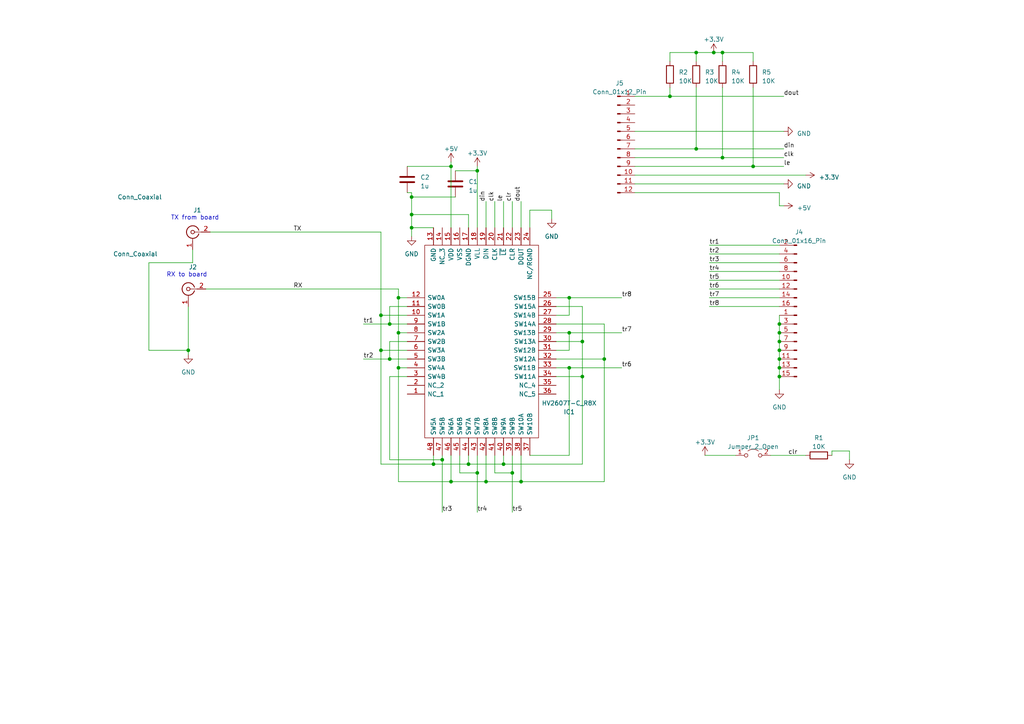
<source format=kicad_sch>
(kicad_sch (version 20230121) (generator eeschema)
  (paper "A4")
  (lib_symbols
    (symbol "Conn_Coaxial_1" (pin_names (offset 1.016) hide)
      (property "Reference" "J1" (at -2.54 6.35 0))
      (property "Value" "Conn_Coaxial" (at 8.89 10.16 0))
      (symbol "Conn_Coaxial_1_0_1"
        (arc (start -1.778 -0.508) (mid 0.2311 -1.8066) (end 1.778 0) (stroke (width 0.254)))
        (polyline (pts (xy -2.54 0) (xy -0.508 0)))
        (polyline (pts (xy 0 -2.54) (xy 0 -1.778)))
        (circle (center 0 0) (radius 0.508) (stroke (width 0.2032)))
        (arc (start 1.778 0) (mid 0.2099 1.8101) (end -1.778 0.508) (stroke (width 0.254)))
      )
      (symbol "Conn_Coaxial_1_1_1"
        (pin passive line (at 0 -5.08 90) (length 2.54) (name "In") (number "1"))
        (pin passive line (at -5.08 0 0) (length 2.54) (name "Ext") (number "2"))
      )
    )
    (symbol "Connector:Conn_01x12_Pin" (pin_names (offset 1.016) hide)
      (property "Reference" "J" (at 0 15.24 0))
      (property "Value" "Conn_01x12_Pin" (at 0 -17.78 0))
      (symbol "Conn_01x12_Pin_1_1"
        (polyline (pts (xy 1.27 -15.24) (xy 0.8636 -15.24)) (stroke (width 0.1524)))
        (polyline (pts (xy 1.27 -12.7) (xy 0.8636 -12.7)) (stroke (width 0.1524)))
        (polyline (pts (xy 1.27 -10.16) (xy 0.8636 -10.16)) (stroke (width 0.1524)))
        (polyline (pts (xy 1.27 -7.62) (xy 0.8636 -7.62)) (stroke (width 0.1524)))
        (polyline (pts (xy 1.27 -5.08) (xy 0.8636 -5.08)) (stroke (width 0.1524)))
        (polyline (pts (xy 1.27 -2.54) (xy 0.8636 -2.54)) (stroke (width 0.1524)))
        (polyline (pts (xy 1.27 0) (xy 0.8636 0)) (stroke (width 0.1524)))
        (polyline (pts (xy 1.27 2.54) (xy 0.8636 2.54)) (stroke (width 0.1524)))
        (polyline (pts (xy 1.27 5.08) (xy 0.8636 5.08)) (stroke (width 0.1524)))
        (polyline (pts (xy 1.27 7.62) (xy 0.8636 7.62)) (stroke (width 0.1524)))
        (polyline (pts (xy 1.27 10.16) (xy 0.8636 10.16)) (stroke (width 0.1524)))
        (polyline (pts (xy 1.27 12.7) (xy 0.8636 12.7)) (stroke (width 0.1524)))
        (rectangle (start 0.8636 -15.113) (end 0 -15.367) (stroke (width 0.1524)) (fill (type outline)))
        (rectangle (start 0.8636 -12.573) (end 0 -12.827) (stroke (width 0.1524)) (fill (type outline)))
        (rectangle (start 0.8636 -10.033) (end 0 -10.287) (stroke (width 0.1524)) (fill (type outline)))
        (rectangle (start 0.8636 -7.493) (end 0 -7.747) (stroke (width 0.1524)) (fill (type outline)))
        (rectangle (start 0.8636 -4.953) (end 0 -5.207) (stroke (width 0.1524)) (fill (type outline)))
        (rectangle (start 0.8636 -2.413) (end 0 -2.667) (stroke (width 0.1524)) (fill (type outline)))
        (rectangle (start 0.8636 0.127) (end 0 -0.127) (stroke (width 0.1524)) (fill (type outline)))
        (rectangle (start 0.8636 2.667) (end 0 2.413) (stroke (width 0.1524)) (fill (type outline)))
        (rectangle (start 0.8636 5.207) (end 0 4.953) (stroke (width 0.1524)) (fill (type outline)))
        (rectangle (start 0.8636 7.747) (end 0 7.493) (stroke (width 0.1524)) (fill (type outline)))
        (rectangle (start 0.8636 10.287) (end 0 10.033) (stroke (width 0.1524)) (fill (type outline)))
        (rectangle (start 0.8636 12.827) (end 0 12.573) (stroke (width 0.1524)) (fill (type outline)))
        (pin passive line (at 5.08 12.7 180) (length 3.81) (name "Pin_1") (number "1"))
        (pin passive line (at 5.08 -10.16 180) (length 3.81) (name "Pin_10") (number "10"))
        (pin passive line (at 5.08 -12.7 180) (length 3.81) (name "Pin_11") (number "11"))
        (pin passive line (at 5.08 -15.24 180) (length 3.81) (name "Pin_12") (number "12"))
        (pin passive line (at 5.08 10.16 180) (length 3.81) (name "Pin_2") (number "2"))
        (pin passive line (at 5.08 7.62 180) (length 3.81) (name "Pin_3") (number "3"))
        (pin passive line (at 5.08 5.08 180) (length 3.81) (name "Pin_4") (number "4"))
        (pin passive line (at 5.08 2.54 180) (length 3.81) (name "Pin_5") (number "5"))
        (pin passive line (at 5.08 0 180) (length 3.81) (name "Pin_6") (number "6"))
        (pin passive line (at 5.08 -2.54 180) (length 3.81) (name "Pin_7") (number "7"))
        (pin passive line (at 5.08 -5.08 180) (length 3.81) (name "Pin_8") (number "8"))
        (pin passive line (at 5.08 -7.62 180) (length 3.81) (name "Pin_9") (number "9"))
      )
    )
    (symbol "Connector:Conn_01x16_Pin" (pin_names (offset 1.016) hide)
      (property "Reference" "J4" (at -0.635 21.59 0))
      (property "Value" "Conn_01x16_Pin" (at -0.635 19.05 0))
      (symbol "Conn_01x16_Pin_1_1"
        (polyline (pts (xy 1.27 -20.32) (xy 0.8636 -20.32)) (stroke (width 0.1524)))
        (polyline (pts (xy 1.27 -17.78) (xy 0.8636 -17.78)) (stroke (width 0.1524)))
        (polyline (pts (xy 1.27 -15.24) (xy 0.8636 -15.24)) (stroke (width 0.1524)))
        (polyline (pts (xy 1.27 -12.7) (xy 0.8636 -12.7)) (stroke (width 0.1524)))
        (polyline (pts (xy 1.27 -10.16) (xy 0.8636 -10.16)) (stroke (width 0.1524)))
        (polyline (pts (xy 1.27 -7.62) (xy 0.8636 -7.62)) (stroke (width 0.1524)))
        (polyline (pts (xy 1.27 -5.08) (xy 0.8636 -5.08)) (stroke (width 0.1524)))
        (polyline (pts (xy 1.27 -2.54) (xy 0.8636 -2.54)) (stroke (width 0.1524)))
        (polyline (pts (xy 1.27 0) (xy 0.8636 0)) (stroke (width 0.1524)))
        (polyline (pts (xy 1.27 2.54) (xy 0.8636 2.54)) (stroke (width 0.1524)))
        (polyline (pts (xy 1.27 5.08) (xy 0.8636 5.08)) (stroke (width 0.1524)))
        (polyline (pts (xy 1.27 7.62) (xy 0.8636 7.62)) (stroke (width 0.1524)))
        (polyline (pts (xy 1.27 10.16) (xy 0.8636 10.16)) (stroke (width 0.1524)))
        (polyline (pts (xy 1.27 12.7) (xy 0.8636 12.7)) (stroke (width 0.1524)))
        (polyline (pts (xy 1.27 15.24) (xy 0.8636 15.24)) (stroke (width 0.1524)))
        (polyline (pts (xy 1.27 17.78) (xy 0.8636 17.78)) (stroke (width 0.1524)))
        (rectangle (start 0.8636 -20.193) (end 0 -20.447) (stroke (width 0.1524)) (fill (type outline)))
        (rectangle (start 0.8636 -17.653) (end 0 -17.907) (stroke (width 0.1524)) (fill (type outline)))
        (rectangle (start 0.8636 -15.113) (end 0 -15.367) (stroke (width 0.1524)) (fill (type outline)))
        (rectangle (start 0.8636 -12.573) (end 0 -12.827) (stroke (width 0.1524)) (fill (type outline)))
        (rectangle (start 0.8636 -10.033) (end 0 -10.287) (stroke (width 0.1524)) (fill (type outline)))
        (rectangle (start 0.8636 -7.493) (end 0 -7.747) (stroke (width 0.1524)) (fill (type outline)))
        (rectangle (start 0.8636 -4.953) (end 0 -5.207) (stroke (width 0.1524)) (fill (type outline)))
        (rectangle (start 0.8636 -2.413) (end 0 -2.667) (stroke (width 0.1524)) (fill (type outline)))
        (rectangle (start 0.8636 0.127) (end 0 -0.127) (stroke (width 0.1524)) (fill (type outline)))
        (rectangle (start 0.8636 2.667) (end 0 2.413) (stroke (width 0.1524)) (fill (type outline)))
        (rectangle (start 0.8636 5.207) (end 0 4.953) (stroke (width 0.1524)) (fill (type outline)))
        (rectangle (start 0.8636 7.747) (end 0 7.493) (stroke (width 0.1524)) (fill (type outline)))
        (rectangle (start 0.8636 10.287) (end 0 10.033) (stroke (width 0.1524)) (fill (type outline)))
        (rectangle (start 0.8636 12.827) (end 0 12.573) (stroke (width 0.1524)) (fill (type outline)))
        (rectangle (start 0.8636 15.367) (end 0 15.113) (stroke (width 0.1524)) (fill (type outline)))
        (rectangle (start 0.8636 17.907) (end 0 17.653) (stroke (width 0.1524)) (fill (type outline)))
        (pin passive line (at 5.08 -2.54 180) (length 3.81) (name "Pin_9") (number "1"))
        (pin passive line (at 5.08 7.62 180) (length 3.81) (name "Pin_5") (number "10"))
        (pin passive line (at 5.08 -15.24 180) (length 3.81) (name "Pin_14") (number "11"))
        (pin passive line (at 5.08 5.08 180) (length 3.81) (name "Pin_6") (number "12"))
        (pin passive line (at 5.08 -17.78 180) (length 3.81) (name "Pin_15") (number "13"))
        (pin passive line (at 5.08 2.54 180) (length 3.81) (name "Pin_7") (number "14"))
        (pin passive line (at 5.08 -20.32 180) (length 3.81) (name "Pin_16") (number "15"))
        (pin passive line (at 5.08 0 180) (length 3.81) (name "Pin_8") (number "16"))
        (pin passive line (at 5.08 17.78 180) (length 3.81) (name "Pin_2") (number "2"))
        (pin passive line (at 5.08 -5.08 180) (length 3.81) (name "Pin_10") (number "3"))
        (pin passive line (at 5.08 15.24 180) (length 3.81) (name "Pin_2") (number "4"))
        (pin passive line (at 5.08 -7.62 180) (length 3.81) (name "Pin_11") (number "5"))
        (pin passive line (at 5.08 12.7 180) (length 3.81) (name "Pin_3") (number "6"))
        (pin passive line (at 5.08 -10.16 180) (length 3.81) (name "Pin_12") (number "7"))
        (pin passive line (at 5.08 10.16 180) (length 3.81) (name "Pin_4") (number "8"))
        (pin passive line (at 5.08 -12.7 180) (length 3.81) (name "Pin_13") (number "9"))
      )
    )
    (symbol "Device:C" (pin_numbers hide) (pin_names (offset 0.254))
      (property "Reference" "C" (at 0.635 2.54 0))
      (property "Value" "C" (at 0.635 -2.54 0))
      (symbol "C_0_1"
        (polyline (pts (xy -2.032 -0.762) (xy 2.032 -0.762)) (stroke (width 0.508)))
        (polyline (pts (xy -2.032 0.762) (xy 2.032 0.762)) (stroke (width 0.508)))
      )
      (symbol "C_1_1"
        (pin passive line (at 0 3.81 270) (length 2.794) (name "~") (number "1"))
        (pin passive line (at 0 -3.81 90) (length 2.794) (name "~") (number "2"))
      )
    )
    (symbol "Device:R" (pin_numbers hide) (pin_names (offset 0))
      (property "Reference" "R" (at 2.032 0 90))
      (property "Value" "R" (at 0 0 90))
      (symbol "R_0_1"
        (rectangle (start -1.016 -2.54) (end 1.016 2.54) (stroke (width 0.254)))
      )
      (symbol "R_1_1"
        (pin passive line (at 0 3.81 270) (length 1.27) (name "~") (number "1"))
        (pin passive line (at 0 -3.81 90) (length 1.27) (name "~") (number "2"))
      )
    )
    (symbol "HV2607T-C_R8X:HV2607T-C_R8X" (pin_names (offset 0.762))
      (property "Reference" "IC" (at 39.37 17.78 0))
      (property "Value" "HV2607T-C_R8X" (at 39.37 15.24 0))
      (symbol "HV2607T-C_R8X_0_0"
        (pin passive line (at 0 0 0) (length 5.08) (name "NC_1") (number "1"))
        (pin passive line (at 0 -22.86 0) (length 5.08) (name "SW1A") (number "10"))
        (pin passive line (at 0 -25.4 0) (length 5.08) (name "SW0B") (number "11"))
        (pin passive line (at 0 -27.94 0) (length 5.08) (name "SW0A") (number "12"))
        (pin passive line (at 7.62 -48.26 90) (length 5.08) (name "GND") (number "13"))
        (pin passive line (at 10.16 -48.26 90) (length 5.08) (name "NC_3") (number "14"))
        (pin passive line (at 12.7 -48.26 90) (length 5.08) (name "VDD") (number "15"))
        (pin passive line (at 15.24 -48.26 90) (length 5.08) (name "VSS") (number "16"))
        (pin passive line (at 17.78 -48.26 90) (length 5.08) (name "DGND") (number "17"))
        (pin passive line (at 20.32 -48.26 90) (length 5.08) (name "VLL") (number "18"))
        (pin passive line (at 22.86 -48.26 90) (length 5.08) (name "DIN") (number "19"))
        (pin passive line (at 0 -2.54 0) (length 5.08) (name "NC_2") (number "2"))
        (pin passive line (at 25.4 -48.26 90) (length 5.08) (name "CLK") (number "20"))
        (pin passive line (at 27.94 -48.26 90) (length 5.08) (name "~{LE}") (number "21"))
        (pin passive line (at 30.48 -48.26 90) (length 5.08) (name "CLR") (number "22"))
        (pin passive line (at 33.02 -48.26 90) (length 5.08) (name "DOUT") (number "23"))
        (pin passive line (at 35.56 -48.26 90) (length 5.08) (name "NC/RGND") (number "24"))
        (pin passive line (at 43.18 -27.94 180) (length 5.08) (name "SW15B") (number "25"))
        (pin passive line (at 43.18 -25.4 180) (length 5.08) (name "SW15A") (number "26"))
        (pin passive line (at 43.18 -22.86 180) (length 5.08) (name "SW14B") (number "27"))
        (pin passive line (at 43.18 -20.32 180) (length 5.08) (name "SW14A") (number "28"))
        (pin passive line (at 43.18 -17.78 180) (length 5.08) (name "SW13B") (number "29"))
        (pin passive line (at 0 -5.08 0) (length 5.08) (name "SW4B") (number "3"))
        (pin passive line (at 43.18 -15.24 180) (length 5.08) (name "SW13A") (number "30"))
        (pin passive line (at 43.18 -12.7 180) (length 5.08) (name "SW12B") (number "31"))
        (pin passive line (at 43.18 -10.16 180) (length 5.08) (name "SW12A") (number "32"))
        (pin passive line (at 43.18 -7.62 180) (length 5.08) (name "SW11B") (number "33"))
        (pin passive line (at 43.18 -5.08 180) (length 5.08) (name "SW11A") (number "34"))
        (pin passive line (at 43.18 -2.54 180) (length 5.08) (name "NC_4") (number "35"))
        (pin passive line (at 43.18 0 180) (length 5.08) (name "NC_5") (number "36"))
        (pin passive line (at 35.56 17.78 270) (length 5.08) (name "SW10B") (number "37"))
        (pin passive line (at 33.02 17.78 270) (length 5.08) (name "SW10A") (number "38"))
        (pin passive line (at 30.48 17.78 270) (length 5.08) (name "SW9B") (number "39"))
        (pin passive line (at 0 -7.62 0) (length 5.08) (name "SW4A") (number "4"))
        (pin passive line (at 27.94 17.78 270) (length 5.08) (name "SW9A") (number "40"))
        (pin passive line (at 25.4 17.78 270) (length 5.08) (name "SW8B") (number "41"))
        (pin passive line (at 22.86 17.78 270) (length 5.08) (name "SW8A") (number "42"))
        (pin passive line (at 20.32 17.78 270) (length 5.08) (name "SW7B") (number "43"))
        (pin passive line (at 17.78 17.78 270) (length 5.08) (name "SW7A") (number "44"))
        (pin passive line (at 15.24 17.78 270) (length 5.08) (name "SW6B") (number "45"))
        (pin passive line (at 12.7 17.78 270) (length 5.08) (name "SW6A") (number "46"))
        (pin passive line (at 10.16 17.78 270) (length 5.08) (name "SW5B") (number "47"))
        (pin passive line (at 7.62 17.78 270) (length 5.08) (name "SW5A") (number "48"))
        (pin passive line (at 0 -10.16 0) (length 5.08) (name "SW3B") (number "5"))
        (pin passive line (at 0 -12.7 0) (length 5.08) (name "SW3A") (number "6"))
        (pin passive line (at 0 -15.24 0) (length 5.08) (name "SW2B") (number "7"))
        (pin passive line (at 0 -17.78 0) (length 5.08) (name "SW2A") (number "8"))
        (pin passive line (at 0 -20.32 0) (length 5.08) (name "SW1B") (number "9"))
      )
      (symbol "HV2607T-C_R8X_0_1"
        (polyline (pts (xy 5.08 12.7) (xy 38.1 12.7) (xy 38.1 -43.18) (xy 5.08 -43.18) (xy 5.08 12.7)) (stroke (width 0.1524)))
      )
    )
    (symbol "Jumper:Jumper_2_Open" (pin_names (offset 0) hide)
      (property "Reference" "JP" (at 0 2.794 0))
      (property "Value" "Jumper_2_Open" (at 0 -2.286 0))
      (symbol "Jumper_2_Open_0_0"
        (circle (center -2.032 0) (radius 0.508))
        (circle (center 2.032 0) (radius 0.508))
      )
      (symbol "Jumper_2_Open_0_1"
        (arc (start 1.524 1.27) (mid 0 1.778) (end -1.524 1.27))
      )
      (symbol "Jumper_2_Open_1_1"
        (pin passive line (at -5.08 0 0) (length 2.54) (name "A") (number "1"))
        (pin passive line (at 5.08 0 180) (length 2.54) (name "B") (number "2"))
      )
    )
    (symbol "power:+3.3V" (power) (pin_names (offset 0))
      (property "Value" "+3.3V" (at 0 3.556 0))
      (symbol "+3.3V_0_1"
        (polyline (pts (xy -0.762 1.27) (xy 0 2.54)))
        (polyline (pts (xy 0 0) (xy 0 2.54)))
        (polyline (pts (xy 0 2.54) (xy 0.762 1.27)))
      )
      (symbol "+3.3V_1_1"
        (pin power_in line (at 0 0 90) (length 0) hide (name "+3.3V") (number "1"))
      )
    )
    (symbol "power:+5V" (power) (pin_names (offset 0))
      (property "Value" "+5V" (at 0 3.556 0))
      (symbol "+5V_0_1"
        (polyline (pts (xy -0.762 1.27) (xy 0 2.54)))
        (polyline (pts (xy 0 0) (xy 0 2.54)))
        (polyline (pts (xy 0 2.54) (xy 0.762 1.27)))
      )
      (symbol "+5V_1_1"
        (pin power_in line (at 0 0 90) (length 0) hide (name "+5V") (number "1"))
      )
    )
    (symbol "power:GND" (power) (pin_names (offset 0))
      (property "Value" "GND" (at 0 -3.81 0))
      (symbol "GND_0_1"
        (polyline (pts (xy 0 0) (xy 0 -1.27) (xy 1.27 -1.27) (xy 0 -2.54) (xy -1.27 -1.27) (xy 0 -1.27)))
      )
      (symbol "GND_1_1"
        (pin power_in line (at 0 0 270) (length 0) hide (name "GND") (number "1"))
      )
    )
  )
  (junction (at 113.03 93.98))
  (junction (at 128.27 133.35))
  (junction (at 135.89 134.62))
  (junction (at 201.93 43.18))
  (junction (at 201.93 15.24))
  (junction (at 207.01 15.24))
  (junction (at 218.44 48.26))
  (junction (at 151.13 139.7))
  (junction (at 226.06 93.98))
  (junction (at 130.81 139.7))
  (junction (at 226.06 109.22))
  (junction (at 119.38 66.04))
  (junction (at 140.97 139.7))
  (junction (at 226.06 99.06))
  (junction (at 115.57 86.36))
  (junction (at 168.91 109.22))
  (junction (at 209.55 45.72))
  (junction (at 175.26 104.14))
  (junction (at 110.49 101.6))
  (junction (at 119.38 62.23))
  (junction (at 165.1 96.52))
  (junction (at 165.1 86.36))
  (junction (at 110.49 91.44))
  (junction (at 115.57 106.68))
  (junction (at 54.61 101.6))
  (junction (at 194.31 27.94))
  (junction (at 165.1 106.68))
  (junction (at 138.43 137.16))
  (junction (at 119.38 57.15))
  (junction (at 226.06 106.68))
  (junction (at 209.55 15.24))
  (junction (at 130.81 48.26))
  (junction (at 226.06 101.6))
  (junction (at 115.57 96.52))
  (junction (at 113.03 104.14))
  (junction (at 125.73 134.62))
  (junction (at 138.43 49.53))
  (junction (at 226.06 104.14))
  (junction (at 226.06 96.52))
  (junction (at 148.59 137.16))
  (junction (at 168.91 99.06))
  (junction (at 146.05 134.62))
  (wire (pts (xy 59.69 83.82) (xy 115.57 83.82)))
  (wire (pts (xy 138.43 137.16) (xy 138.43 132.08)))
  (wire (pts (xy 146.05 132.08) (xy 146.05 134.62)))
  (wire (pts (xy 184.15 45.72) (xy 209.55 45.72)))
  (wire (pts (xy 110.49 101.6) (xy 118.11 101.6)))
  (wire (pts (xy 115.57 83.82) (xy 115.57 86.36)))
  (wire (pts (xy 168.91 134.62) (xy 168.91 109.22)))
  (wire (pts (xy 105.41 104.14) (xy 113.03 104.14)))
  (wire (pts (xy 161.29 109.22) (xy 168.91 109.22)))
  (wire (pts (xy 207.01 15.24) (xy 209.55 15.24)))
  (wire (pts (xy 118.11 99.06) (xy 113.03 99.06)))
  (wire (pts (xy 205.74 88.9) (xy 226.06 88.9)))
  (wire (pts (xy 119.38 68.58) (xy 119.38 66.04)))
  (wire (pts (xy 204.47 132.08) (xy 213.36 132.08)))
  (wire (pts (xy 218.44 15.24) (xy 218.44 17.78)))
  (wire (pts (xy 110.49 134.62) (xy 110.49 101.6)))
  (wire (pts (xy 118.11 109.22) (xy 113.03 109.22)))
  (wire (pts (xy 119.38 55.88) (xy 119.38 57.15)))
  (wire (pts (xy 194.31 15.24) (xy 201.93 15.24)))
  (wire (pts (xy 55.88 76.2) (xy 43.18 76.2)))
  (wire (pts (xy 226.06 96.52) (xy 226.06 99.06)))
  (wire (pts (xy 119.38 62.23) (xy 119.38 66.04)))
  (wire (pts (xy 175.26 139.7) (xy 175.26 104.14)))
  (wire (pts (xy 184.15 43.18) (xy 201.93 43.18)))
  (wire (pts (xy 218.44 48.26) (xy 227.33 48.26)))
  (wire (pts (xy 226.06 106.68) (xy 226.06 109.22)))
  (wire (pts (xy 168.91 99.06) (xy 168.91 88.9)))
  (wire (pts (xy 161.29 101.6) (xy 165.1 101.6)))
  (wire (pts (xy 138.43 48.26) (xy 138.43 49.53)))
  (wire (pts (xy 143.51 137.16) (xy 148.59 137.16)))
  (wire (pts (xy 165.1 91.44) (xy 165.1 86.36)))
  (wire (pts (xy 54.61 101.6) (xy 54.61 102.87)))
  (wire (pts (xy 128.27 133.35) (xy 128.27 148.59)))
  (wire (pts (xy 130.81 46.99) (xy 130.81 48.26)))
  (wire (pts (xy 148.59 58.42) (xy 148.59 66.04)))
  (wire (pts (xy 151.13 132.08) (xy 151.13 139.7)))
  (wire (pts (xy 133.35 132.08) (xy 133.35 137.16)))
  (wire (pts (xy 209.55 15.24) (xy 218.44 15.24)))
  (wire (pts (xy 138.43 137.16) (xy 138.43 148.59)))
  (wire (pts (xy 184.15 38.1) (xy 227.33 38.1)))
  (wire (pts (xy 110.49 91.44) (xy 110.49 101.6)))
  (wire (pts (xy 201.93 43.18) (xy 227.33 43.18)))
  (wire (pts (xy 115.57 106.68) (xy 118.11 106.68)))
  (wire (pts (xy 119.38 57.15) (xy 132.08 57.15)))
  (wire (pts (xy 209.55 45.72) (xy 227.33 45.72)))
  (wire (pts (xy 130.81 139.7) (xy 140.97 139.7)))
  (wire (pts (xy 148.59 137.16) (xy 148.59 148.59)))
  (wire (pts (xy 148.59 137.16) (xy 148.59 132.08)))
  (wire (pts (xy 160.02 60.96) (xy 160.02 63.5)))
  (wire (pts (xy 146.05 58.42) (xy 146.05 66.04)))
  (wire (pts (xy 110.49 91.44) (xy 118.11 91.44)))
  (wire (pts (xy 205.74 81.28) (xy 226.06 81.28)))
  (wire (pts (xy 226.06 93.98) (xy 226.06 96.52)))
  (wire (pts (xy 130.81 48.26) (xy 130.81 66.04)))
  (wire (pts (xy 165.1 86.36) (xy 161.29 86.36)))
  (wire (pts (xy 140.97 139.7) (xy 151.13 139.7)))
  (wire (pts (xy 118.11 88.9) (xy 113.03 88.9)))
  (wire (pts (xy 115.57 86.36) (xy 118.11 86.36)))
  (wire (pts (xy 184.15 48.26) (xy 218.44 48.26)))
  (wire (pts (xy 226.06 55.88) (xy 184.15 55.88)))
  (wire (pts (xy 115.57 96.52) (xy 115.57 106.68)))
  (wire (pts (xy 226.06 99.06) (xy 226.06 101.6)))
  (wire (pts (xy 175.26 104.14) (xy 175.26 93.98)))
  (wire (pts (xy 113.03 99.06) (xy 113.03 104.14)))
  (wire (pts (xy 119.38 62.23) (xy 135.89 62.23)))
  (wire (pts (xy 143.51 58.42) (xy 143.51 66.04)))
  (wire (pts (xy 135.89 66.04) (xy 135.89 62.23)))
  (wire (pts (xy 146.05 134.62) (xy 168.91 134.62)))
  (wire (pts (xy 140.97 58.42) (xy 140.97 66.04)))
  (wire (pts (xy 113.03 93.98) (xy 118.11 93.98)))
  (wire (pts (xy 205.74 76.2) (xy 226.06 76.2)))
  (wire (pts (xy 54.61 88.9) (xy 54.61 101.6)))
  (wire (pts (xy 165.1 96.52) (xy 161.29 96.52)))
  (wire (pts (xy 55.88 72.39) (xy 55.88 76.2)))
  (wire (pts (xy 226.06 91.44) (xy 226.06 93.98)))
  (wire (pts (xy 223.52 132.08) (xy 233.68 132.08)))
  (wire (pts (xy 119.38 57.15) (xy 119.38 62.23)))
  (wire (pts (xy 161.29 104.14) (xy 175.26 104.14)))
  (wire (pts (xy 113.03 88.9) (xy 113.03 93.98)))
  (wire (pts (xy 110.49 67.31) (xy 110.49 91.44)))
  (wire (pts (xy 115.57 139.7) (xy 130.81 139.7)))
  (wire (pts (xy 205.74 83.82) (xy 226.06 83.82)))
  (wire (pts (xy 241.3 130.81) (xy 241.3 132.08)))
  (wire (pts (xy 205.74 78.74) (xy 226.06 78.74)))
  (wire (pts (xy 201.93 15.24) (xy 201.93 17.78)))
  (wire (pts (xy 153.67 60.96) (xy 160.02 60.96)))
  (wire (pts (xy 209.55 15.24) (xy 209.55 17.78)))
  (wire (pts (xy 153.67 132.08) (xy 165.1 132.08)))
  (wire (pts (xy 60.96 67.31) (xy 110.49 67.31)))
  (wire (pts (xy 140.97 132.08) (xy 140.97 139.7)))
  (wire (pts (xy 161.29 91.44) (xy 165.1 91.44)))
  (wire (pts (xy 153.67 66.04) (xy 153.67 60.96)))
  (wire (pts (xy 143.51 132.08) (xy 143.51 137.16)))
  (wire (pts (xy 201.93 25.4) (xy 201.93 43.18)))
  (wire (pts (xy 226.06 59.69) (xy 226.06 55.88)))
  (wire (pts (xy 110.49 134.62) (xy 125.73 134.62)))
  (wire (pts (xy 184.15 27.94) (xy 194.31 27.94)))
  (wire (pts (xy 226.06 104.14) (xy 226.06 106.68)))
  (wire (pts (xy 119.38 55.88) (xy 118.11 55.88)))
  (wire (pts (xy 165.1 96.52) (xy 180.34 96.52)))
  (wire (pts (xy 135.89 132.08) (xy 135.89 134.62)))
  (wire (pts (xy 125.73 134.62) (xy 135.89 134.62)))
  (wire (pts (xy 201.93 15.24) (xy 207.01 15.24)))
  (wire (pts (xy 138.43 49.53) (xy 138.43 66.04)))
  (wire (pts (xy 194.31 25.4) (xy 194.31 27.94)))
  (wire (pts (xy 241.3 130.81) (xy 246.38 130.81)))
  (wire (pts (xy 161.29 93.98) (xy 175.26 93.98)))
  (wire (pts (xy 184.15 50.8) (xy 233.68 50.8)))
  (wire (pts (xy 194.31 27.94) (xy 227.33 27.94)))
  (wire (pts (xy 151.13 139.7) (xy 175.26 139.7)))
  (wire (pts (xy 43.18 76.2) (xy 43.18 101.6)))
  (wire (pts (xy 165.1 101.6) (xy 165.1 96.52)))
  (wire (pts (xy 168.91 109.22) (xy 168.91 99.06)))
  (wire (pts (xy 161.29 99.06) (xy 168.91 99.06)))
  (wire (pts (xy 165.1 132.08) (xy 165.1 106.68)))
  (wire (pts (xy 209.55 25.4) (xy 209.55 45.72)))
  (wire (pts (xy 161.29 88.9) (xy 168.91 88.9)))
  (wire (pts (xy 113.03 133.35) (xy 128.27 133.35)))
  (wire (pts (xy 105.41 93.98) (xy 113.03 93.98)))
  (wire (pts (xy 128.27 132.08) (xy 128.27 133.35)))
  (wire (pts (xy 113.03 109.22) (xy 113.03 133.35)))
  (wire (pts (xy 194.31 17.78) (xy 194.31 15.24)))
  (wire (pts (xy 119.38 66.04) (xy 125.73 66.04)))
  (wire (pts (xy 184.15 53.34) (xy 227.33 53.34)))
  (wire (pts (xy 226.06 59.69) (xy 227.33 59.69)))
  (wire (pts (xy 125.73 132.08) (xy 125.73 134.62)))
  (wire (pts (xy 43.18 101.6) (xy 54.61 101.6)))
  (wire (pts (xy 218.44 25.4) (xy 218.44 48.26)))
  (wire (pts (xy 151.13 58.42) (xy 151.13 66.04)))
  (wire (pts (xy 226.06 109.22) (xy 226.06 113.03)))
  (wire (pts (xy 118.11 48.26) (xy 130.81 48.26)))
  (wire (pts (xy 113.03 104.14) (xy 118.11 104.14)))
  (wire (pts (xy 165.1 86.36) (xy 180.34 86.36)))
  (wire (pts (xy 115.57 96.52) (xy 118.11 96.52)))
  (wire (pts (xy 165.1 106.68) (xy 180.34 106.68)))
  (wire (pts (xy 130.81 139.7) (xy 130.81 132.08)))
  (wire (pts (xy 226.06 101.6) (xy 226.06 104.14)))
  (wire (pts (xy 205.74 71.12) (xy 226.06 71.12)))
  (wire (pts (xy 132.08 49.53) (xy 138.43 49.53)))
  (wire (pts (xy 205.74 86.36) (xy 226.06 86.36)))
  (wire (pts (xy 246.38 130.81) (xy 246.38 133.35)))
  (wire (pts (xy 115.57 106.68) (xy 115.57 139.7)))
  (wire (pts (xy 135.89 134.62) (xy 146.05 134.62)))
  (wire (pts (xy 161.29 106.68) (xy 165.1 106.68)))
  (wire (pts (xy 133.35 137.16) (xy 138.43 137.16)))
  (wire (pts (xy 115.57 86.36) (xy 115.57 96.52)))
  (wire (pts (xy 205.74 73.66) (xy 226.06 73.66)))
  (text "RX to board\n\n" (at 48.26 82.55 0) (effects (font (size 1.27 1.27)) (justify left bottom)))
  (text "TX from board\n\n" (at 49.53 66.04 0) (effects (font (size 1.27 1.27)) (justify left bottom)))
  (label "le" (at 146.05 58.42 90))
  (label "dout" (at 227.33 27.94 0))
  (label "tr1" (at 205.74 71.12 0))
  (label "clr" (at 228.6 132.08 0))
  (label "tr7" (at 205.74 86.36 0))
  (label "din" (at 227.33 43.18 0))
  (label "clk" (at 227.33 45.72 0))
  (label "tr6" (at 180.34 106.68 0))
  (label "dout" (at 151.13 58.42 90))
  (label "tr7" (at 180.34 96.52 0))
  (label "tr8" (at 205.74 88.9 0))
  (label "tr2" (at 105.41 104.14 0))
  (label "tr4" (at 205.74 78.74 0))
  (label "RX" (at 85.09 83.82 0))
  (label "tr3" (at 205.74 76.2 0))
  (label "tr5" (at 205.74 81.28 0))
  (label "clk" (at 143.51 58.42 90))
  (label "tr8" (at 180.34 86.36 0))
  (label "le" (at 227.33 48.26 0))
  (label "clr" (at 148.59 58.42 90))
  (label "tr6" (at 205.74 83.82 0))
  (label "tr1" (at 105.41 93.98 0))
  (label "tr4" (at 138.43 148.59 0))
  (label "tr2" (at 205.74 73.66 0))
  (label "tr3" (at 128.27 148.59 0))
  (label "tr5" (at 148.59 148.59 0))
  (label "din" (at 140.97 58.42 90))
  (label "TX" (at 85.09 67.31 0))
  (symbol (lib_id "power:+5V") (at 130.81 46.99 0) (unit 1)
    (property "Reference" "#PWR010" (effects hide))
    (property "Value" "+5V" (at 130.81 43.18 0))
  )
  (symbol (lib_id "Device:C") (at 118.11 52.07 0) (unit 1)
    (property "Reference" "C2" (at 121.92 51.435 0) (effects (justify left)))
    (property "Value" "1u" (at 121.92 53.975 0) (effects (justify left)))
    (property "Footprint" "Capacitor_SMD:C_0805_2012Metric" (effects hide))
  )
  (symbol (lib_id "Device:R") (at 209.55 21.59 180) (unit 1)
    (property "Reference" "R4" (at 212.09 20.955 0) (effects (justify right)))
    (property "Value" "10K" (at 212.09 23.495 0) (effects (justify right)))
    (property "Footprint" "Resistor_SMD:R_0603_1608Metric" (effects hide))
  )
  (symbol (lib_id "Device:C") (at 132.08 53.34 0) (unit 1)
    (property "Reference" "C1" (at 135.89 52.705 0) (effects (justify left)))
    (property "Value" "1u" (at 135.89 55.245 0) (effects (justify left)))
    (property "Footprint" "Capacitor_SMD:C_0805_2012Metric" (effects hide))
  )
  (symbol (lib_id "Device:R") (at 201.93 21.59 180) (unit 1)
    (property "Reference" "R3" (at 204.47 20.955 0) (effects (justify right)))
    (property "Value" "10K" (at 204.47 23.495 0) (effects (justify right)))
    (property "Footprint" "Resistor_SMD:R_0603_1608Metric" (effects hide))
  )
  (symbol (lib_id "power:GND") (at 160.02 63.5 0) (mirror y) (unit 1)
    (property "Reference" "#PWR01" (effects hide))
    (property "Value" "GND" (at 160.02 68.58 0))
  )
  (symbol (lib_id "Jumper:Jumper_2_Open") (at 218.44 132.08 0) (unit 1)
    (property "Reference" "JP1" (at 218.44 127 0))
    (property "Value" "Jumper_2_Open" (at 218.44 129.54 0))
    (property "Footprint" "Connector_PinHeader_2.54mm:PinHeader_2x01_P2.54mm_Vertical" (effects hide))
  )
  (symbol (lib_id "power:GND") (at 246.38 133.35 0) (unit 1)
    (property "Reference" "#PWR012" (effects hide))
    (property "Value" "GND" (at 246.38 138.43 0))
  )
  (symbol (lib_id "HV2607T-C_R8X:HV2607T-C_R8X") (at 118.11 114.3 0) (mirror x) (unit 1)
    (property "Reference" "IC1" (at 165.1 119.4817 0))
    (property "Value" "HV2607T-C_R8X" (at 165.1 116.9417 0))
    (property "Footprint" "mux:QFP50P900X900X160-48N" (effects hide))
    (property "Datasheet" "https://www.arrow.com/en/products/hv2607t-cr8x/microchip-technology" (effects hide))
    (property "Description" "HV2607T-C/R8X" (effects hide))
    (property "Height" "1.6" (effects hide))
    (property "Manufacturer_Name" "Microchip" (effects hide))
    (property "Manufacturer_Part_Number" "HV2607T-C/R8X" (effects hide))
    (property "Mouser Part Number" "579-HV2607T-C/R8X" (effects hide))
    (property "Mouser Price/Stock" "https://www.mouser.co.uk/ProductDetail/Microchip-Technology/HV2607T-C-R8X?qs=%252B6g0mu59x7Ip1xgWtnZhnQ%3D%3D" (effects hide))
    (property "Arrow Part Number" "HV2607T-C/R8X" (effects hide))
    (property "Arrow Price/Stock" "https://www.arrow.com/en/products/hv2607t-cr8x/microchip-technology" (effects hide))
  )
  (symbol (lib_id "Device:R") (at 194.31 21.59 180) (unit 1)
    (property "Reference" "R2" (at 196.85 20.955 0) (effects (justify right)))
    (property "Value" "10K" (at 196.85 23.495 0) (effects (justify right)))
    (property "Footprint" "Resistor_SMD:R_0603_1608Metric" (effects hide))
  )
  (symbol (lib_id "Device:R") (at 218.44 21.59 180) (unit 1)
    (property "Reference" "R5" (at 220.98 20.955 0) (effects (justify right)))
    (property "Value" "10K" (at 220.98 23.495 0) (effects (justify right)))
    (property "Footprint" "Resistor_SMD:R_0603_1608Metric" (effects hide))
  )
  (symbol (lib_id "Device:R") (at 237.49 132.08 90) (unit 1)
    (property "Reference" "R1" (at 237.49 127 90))
    (property "Value" "10K" (at 237.49 129.54 90))
    (property "Footprint" "Resistor_SMD:R_0603_1608Metric" (effects hide))
  )
  (symbol (lib_id "power:GND") (at 227.33 38.1 90) (unit 1)
    (property "Reference" "#PWR04" (effects hide))
    (property "Value" "GND" (at 231.14 38.735 90) (effects (justify right)))
  )
  (symbol (lib_id "power:+3.3V") (at 204.47 132.08 0) (unit 1)
    (property "Reference" "#PWR011" (effects hide))
    (property "Value" "+3.3V" (at 204.47 128.27 0))
  )
  (symbol (lib_id "Connector:Conn_01x12_Pin") (at 179.07 40.64 0) (unit 1)
    (property "Reference" "J5" (at 179.705 24.13 0))
    (property "Value" "Conn_01x12_Pin" (at 179.705 26.67 0))
    (property "Footprint" "Connector_PinHeader_2.54mm:PinHeader_2x06_P2.54mm_Vertical" (effects hide))
  )
  (symbol (lib_id "power:GND") (at 226.06 113.03 0) (unit 1)
    (property "Reference" "#PWR03" (effects hide))
    (property "Value" "GND" (at 226.06 118.11 0))
  )
  (symbol (lib_id "power:GND") (at 119.38 68.58 0) (mirror y) (unit 1)
    (property "Reference" "#PWR07" (effects hide))
    (property "Value" "GND" (at 119.38 73.66 0))
  )
  (symbol (lib_id "power:+5V") (at 227.33 59.69 270) (unit 1)
    (property "Reference" "#PWR06" (effects hide))
    (property "Value" "+5V" (at 231.14 60.325 90) (effects (justify left)))
  )
  (symbol (lib_id "power:+3.3V") (at 207.01 15.24 0) (unit 1)
    (property "Reference" "#PWR013" (effects hide))
    (property "Value" "+3.3V" (at 207.01 11.43 0))
  )
  (symbol (lib_id "power:+3.3V") (at 138.43 48.26 0) (unit 1)
    (property "Reference" "#PWR08" (effects hide))
    (property "Value" "+3.3V" (at 138.43 44.45 0))
  )
  (symbol (lib_name "Conn_Coaxial_1") (lib_id "Connector:Conn_Coaxial") (at 54.61 83.82 0) (mirror y) (unit 1)
    (property "Reference" "J2" (at 57.15 77.47 0) (effects (justify left)))
    (property "Value" "Conn_Coaxial" (at 45.72 73.66 0) (effects (justify left)))
    (property "Footprint" "SMA:RS_526-5785" (effects hide))
    (property "Datasheet" " ~" (effects hide))
  )
  (symbol (lib_id "Connector:Conn_01x16_Pin") (at 231.14 88.9 0) (mirror y) (unit 1)
    (property "Reference" "J4" (at 231.775 67.31 0))
    (property "Value" "Conn_01x16_Pin" (at 231.775 69.85 0))
    (property "Footprint" "Connector_PinHeader_2.54mm:PinHeader_2x08_P2.54mm_Vertical" (effects hide))
  )
  (symbol (lib_id "power:GND") (at 227.33 53.34 90) (unit 1)
    (property "Reference" "#PWR05" (effects hide))
    (property "Value" "GND" (at 231.14 53.975 90) (effects (justify right)))
  )
  (symbol (lib_id "power:+3.3V") (at 233.68 50.8 270) (unit 1)
    (property "Reference" "#PWR09" (effects hide))
    (property "Value" "+3.3V" (at 237.49 51.435 90) (effects (justify left)))
  )
  (symbol (lib_name "Conn_Coaxial_1") (lib_id "Connector:Conn_Coaxial") (at 55.88 67.31 0) (mirror y) (unit 1)
    (property "Reference" "J1" (at 58.42 60.96 0) (effects (justify left)))
    (property "Value" "Conn_Coaxial" (at 46.99 57.15 0) (effects (justify left)))
    (property "Footprint" "SMA:RS_526-5785" (effects hide))
    (property "Datasheet" " ~" (effects hide))
  )
  (symbol (lib_id "power:GND") (at 54.61 102.87 0) (unit 1)
    (property "Reference" "#PWR02" (effects hide))
    (property "Value" "GND" (at 54.61 107.95 0))
  )
)
</source>
